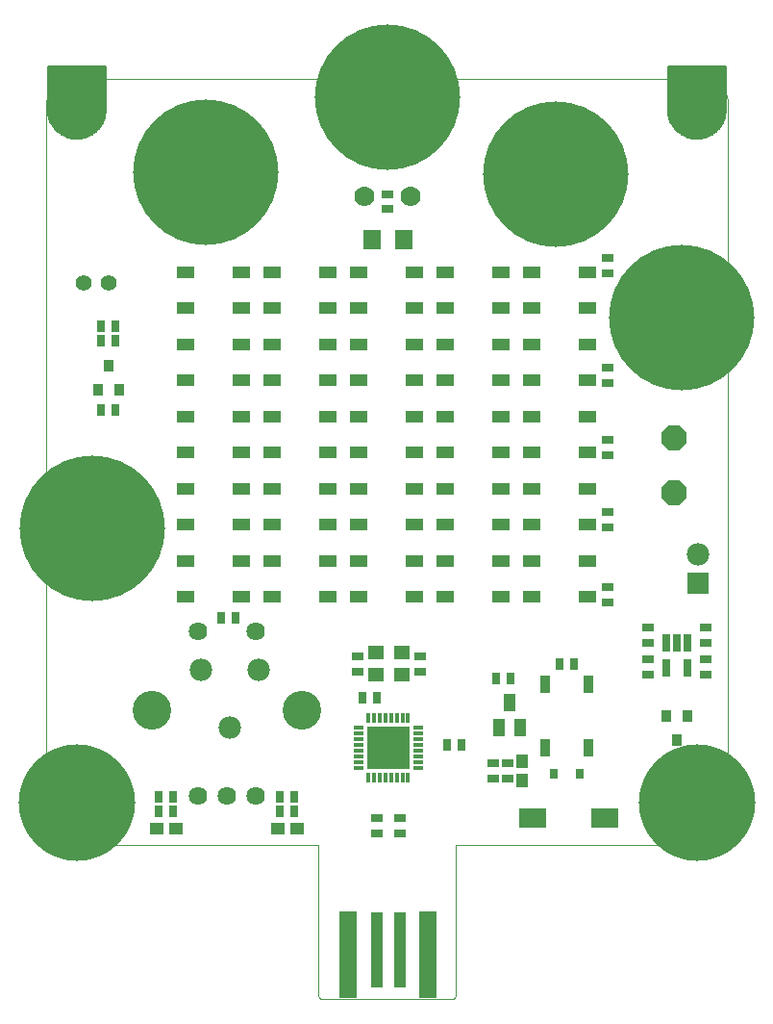
<source format=gts>
G75*
%MOIN*%
%OFA0B0*%
%FSLAX25Y25*%
%IPPOS*%
%LPD*%
%AMOC8*
5,1,8,0,0,1.08239X$1,22.5*
%
%ADD10C,0.00394*%
%ADD11R,0.03156X0.03943*%
%ADD12R,0.03943X0.03156*%
%ADD13R,0.04731X0.04337*%
%ADD14R,0.06306X0.04337*%
%ADD15R,0.03156X0.05912*%
%ADD16R,0.01463X0.03746*%
%ADD17R,0.03746X0.01463*%
%ADD18R,0.15164X0.15164*%
%ADD19R,0.05518X0.04731*%
%ADD20R,0.04337X0.05912*%
%ADD21R,0.03400X0.06400*%
%ADD22R,0.09455X0.06699*%
%ADD23C,0.06400*%
%ADD24C,0.13400*%
%ADD25R,0.03550X0.03943*%
%ADD26R,0.04337X0.04731*%
%ADD27R,0.06306X0.29928*%
%ADD28R,0.04337X0.25991*%
%ADD29C,0.05600*%
%ADD30C,0.07000*%
%ADD31C,0.50400*%
%ADD32C,0.40400*%
%ADD33C,0.20400*%
%ADD34C,0.00500*%
%ADD35R,0.05912X0.06699*%
%ADD36R,0.07800X0.07800*%
%ADD37C,0.07800*%
%ADD38OC8,0.08900*%
%ADD39R,0.02880X0.03668*%
D10*
X0033683Y0069482D02*
X0033935Y0069375D01*
X0034187Y0069268D01*
X0034445Y0069173D01*
X0034973Y0069008D01*
X0035242Y0068938D01*
X0035516Y0068882D01*
X0035790Y0068825D01*
X0035927Y0068797D01*
X0035995Y0068783D01*
X0036064Y0068769D01*
X0036379Y0068752D01*
X0036725Y0068738D01*
X0037332Y0068716D01*
X0037593Y0068709D01*
X0113632Y0068709D01*
X0113928Y0068711D01*
X0114142Y0068714D01*
X0114356Y0068717D01*
X0114489Y0068728D02*
X0114621Y0068732D01*
X0115050Y0068737D01*
X0115345Y0068739D01*
X0123062Y0068739D01*
X0123062Y0016439D01*
X0123125Y0016332D02*
X0123355Y0016062D01*
X0123385Y0015991D01*
X0123422Y0015924D01*
X0123465Y0015861D01*
X0123507Y0015798D01*
X0123556Y0015740D01*
X0123663Y0015633D01*
X0123721Y0015584D01*
X0123784Y0015542D01*
X0123847Y0015499D01*
X0123914Y0015463D01*
X0124055Y0015403D01*
X0124129Y0015379D01*
X0124206Y0015363D01*
X0124283Y0015348D01*
X0124362Y0015339D01*
X0169406Y0015339D01*
X0169486Y0015348D01*
X0169562Y0015363D01*
X0169639Y0015379D01*
X0169713Y0015403D01*
X0169854Y0015463D01*
X0169921Y0015499D01*
X0170047Y0015584D01*
X0170106Y0015633D01*
X0170213Y0015740D01*
X0170261Y0015798D01*
X0170304Y0015861D01*
X0170346Y0015924D01*
X0170383Y0015991D01*
X0170413Y0016062D01*
X0170443Y0016132D02*
X0170666Y0016407D01*
X0170706Y0016439D02*
X0170706Y0068739D01*
X0208871Y0068739D01*
X0209166Y0068737D01*
X0209380Y0068735D01*
X0209594Y0068732D01*
X0209727Y0068728D01*
X0209860Y0068717D02*
X0210074Y0068714D01*
X0210288Y0068711D01*
X0210583Y0068709D01*
X0256176Y0068709D01*
X0256436Y0068716D01*
X0256740Y0068727D01*
X0257043Y0068738D01*
X0257389Y0068752D01*
X0257705Y0068769D01*
X0257773Y0068783D01*
X0257842Y0068797D01*
X0257979Y0068825D01*
X0258253Y0068882D01*
X0258527Y0068938D01*
X0258796Y0069008D01*
X0259323Y0069173D01*
X0259582Y0069268D01*
X0259834Y0069375D01*
X0260086Y0069482D01*
X0260332Y0069601D01*
X0260810Y0069862D01*
X0261042Y0070003D01*
X0261266Y0070155D01*
X0261491Y0070307D01*
X0261708Y0070470D01*
X0261916Y0070642D01*
X0262125Y0070814D01*
X0262325Y0070997D01*
X0262516Y0071188D01*
X0262707Y0071379D01*
X0262889Y0071579D01*
X0263062Y0071788D01*
X0263234Y0071996D01*
X0263397Y0072213D01*
X0263549Y0072438D01*
X0263701Y0072662D01*
X0263842Y0072894D01*
X0263972Y0073133D01*
X0264103Y0073372D01*
X0264222Y0073618D01*
X0264329Y0073870D01*
X0264436Y0074122D01*
X0264531Y0074381D01*
X0264613Y0074644D01*
X0264696Y0074908D01*
X0264766Y0075177D01*
X0264822Y0075451D01*
X0264879Y0075725D01*
X0264907Y0075862D01*
X0264921Y0075931D01*
X0264935Y0075999D01*
X0264951Y0076314D01*
X0264966Y0076661D01*
X0264977Y0076964D01*
X0264988Y0077267D01*
X0264994Y0077528D01*
X0264994Y0234039D01*
X0265003Y0236772D01*
X0264994Y0239280D01*
X0264992Y0239971D01*
X0263114Y0240511D01*
X0262443Y0240345D01*
X0261905Y0240213D01*
X0261716Y0239509D01*
X0263088Y0262159D02*
X0262443Y0262345D01*
X0261910Y0262498D01*
X0261716Y0263182D01*
X0263088Y0262159D02*
X0264650Y0262609D01*
X0264994Y0263186D01*
X0265161Y0263465D01*
X0264994Y0263939D01*
X0264994Y0325168D01*
X0264988Y0325429D01*
X0264977Y0325732D01*
X0264966Y0326035D01*
X0264951Y0326381D01*
X0264935Y0326697D01*
X0264921Y0326765D01*
X0264907Y0326834D01*
X0264879Y0326971D01*
X0264766Y0327519D01*
X0264696Y0327788D01*
X0264613Y0328052D01*
X0264531Y0328315D01*
X0264436Y0328574D01*
X0264329Y0328826D01*
X0264222Y0329078D01*
X0264103Y0329324D01*
X0263972Y0329563D01*
X0263842Y0329802D01*
X0263701Y0330034D01*
X0263549Y0330258D01*
X0263397Y0330483D01*
X0263234Y0330700D01*
X0263062Y0330908D01*
X0262889Y0331117D01*
X0262707Y0331317D01*
X0262325Y0331699D01*
X0262125Y0331881D01*
X0261916Y0332054D01*
X0261708Y0332226D01*
X0261491Y0332389D01*
X0261266Y0332541D01*
X0261042Y0332693D01*
X0260810Y0332834D01*
X0260571Y0332964D01*
X0260332Y0333095D01*
X0260086Y0333214D01*
X0259834Y0333321D01*
X0259582Y0333428D01*
X0259323Y0333523D01*
X0259059Y0333606D01*
X0258796Y0333688D01*
X0258527Y0333758D01*
X0258253Y0333814D01*
X0257979Y0333871D01*
X0257842Y0333899D01*
X0257773Y0333913D01*
X0257705Y0333927D01*
X0257389Y0333943D01*
X0257043Y0333958D01*
X0256740Y0333969D01*
X0256436Y0333980D01*
X0256176Y0333986D01*
X0163361Y0333986D01*
X0130622Y0333986D02*
X0037593Y0333986D01*
X0037332Y0333980D01*
X0037028Y0333969D01*
X0036725Y0333958D01*
X0036379Y0333943D01*
X0036064Y0333927D01*
X0035995Y0333913D01*
X0035927Y0333899D01*
X0035790Y0333871D01*
X0035516Y0333814D01*
X0035242Y0333758D01*
X0034973Y0333688D01*
X0034709Y0333606D01*
X0034445Y0333523D01*
X0034187Y0333428D01*
X0033935Y0333321D01*
X0033683Y0333214D01*
X0033437Y0333095D01*
X0033198Y0332964D01*
X0032959Y0332834D01*
X0032727Y0332693D01*
X0032502Y0332541D01*
X0032277Y0332389D01*
X0032061Y0332226D01*
X0031852Y0332054D01*
X0031643Y0331881D01*
X0031443Y0331699D01*
X0031252Y0331508D01*
X0031061Y0331317D01*
X0030879Y0331117D01*
X0030707Y0330908D01*
X0030534Y0330700D01*
X0030372Y0330483D01*
X0030220Y0330258D01*
X0030068Y0330034D01*
X0029926Y0329802D01*
X0029796Y0329563D01*
X0029666Y0329324D01*
X0029547Y0329078D01*
X0029440Y0328826D01*
X0029333Y0328574D01*
X0029237Y0328315D01*
X0029072Y0327788D01*
X0029003Y0327519D01*
X0028946Y0327245D01*
X0028890Y0326971D01*
X0028861Y0326834D01*
X0028847Y0326765D01*
X0028833Y0326697D01*
X0028817Y0326381D01*
X0028802Y0326035D01*
X0028791Y0325732D01*
X0028781Y0325429D01*
X0028774Y0325168D01*
X0028774Y0197833D01*
X0028694Y0192810D01*
X0028774Y0191333D01*
X0028826Y0190369D01*
X0031608Y0190195D01*
X0032537Y0190461D01*
X0033070Y0190613D01*
X0033340Y0191224D01*
X0031608Y0166329D02*
X0028755Y0165833D01*
X0028774Y0164849D01*
X0028813Y0162802D01*
X0028774Y0158065D01*
X0028774Y0077528D01*
X0028781Y0077267D01*
X0028791Y0076964D01*
X0028802Y0076661D01*
X0028817Y0076314D01*
X0028833Y0075999D01*
X0028847Y0075931D01*
X0028861Y0075862D01*
X0028890Y0075725D01*
X0028946Y0075451D01*
X0029003Y0075177D01*
X0029072Y0074908D01*
X0029237Y0074381D01*
X0029333Y0074122D01*
X0029440Y0073870D01*
X0029547Y0073618D01*
X0029666Y0073372D01*
X0029796Y0073133D01*
X0029926Y0072894D01*
X0030068Y0072662D01*
X0030220Y0072438D01*
X0030372Y0072213D01*
X0030534Y0071996D01*
X0030707Y0071788D01*
X0030879Y0071579D01*
X0031061Y0071379D01*
X0031252Y0071188D01*
X0031443Y0070997D01*
X0031643Y0070814D01*
X0031852Y0070642D01*
X0032061Y0070470D01*
X0032277Y0070307D01*
X0032502Y0070155D01*
X0032727Y0070003D01*
X0032959Y0069862D01*
X0033437Y0069601D01*
X0033683Y0069482D01*
X0033340Y0165241D02*
X0033060Y0165823D01*
X0032537Y0166005D01*
X0031608Y0166329D01*
D11*
X0047723Y0219333D03*
X0052841Y0219333D03*
X0052841Y0243333D03*
X0052841Y0248333D03*
X0047723Y0248333D03*
X0047723Y0243333D03*
X0089223Y0147333D03*
X0094341Y0147333D03*
X0138223Y0119833D03*
X0143341Y0119833D03*
X0167723Y0103333D03*
X0172841Y0103333D03*
X0184723Y0126333D03*
X0189841Y0126333D03*
X0206723Y0131333D03*
X0211841Y0131333D03*
X0114841Y0085333D03*
X0109723Y0085333D03*
X0109723Y0080333D03*
X0114841Y0080333D03*
X0072841Y0080333D03*
X0067723Y0080333D03*
X0067723Y0085333D03*
X0072841Y0085333D03*
D12*
X0136692Y0128774D03*
X0136692Y0133892D03*
X0158282Y0133892D03*
X0158282Y0128774D03*
X0183782Y0096892D03*
X0188782Y0096892D03*
X0188782Y0091774D03*
X0183782Y0091774D03*
X0151282Y0077892D03*
X0151282Y0072774D03*
X0143282Y0072774D03*
X0143282Y0077892D03*
X0223282Y0152774D03*
X0223282Y0157892D03*
X0237282Y0143892D03*
X0237282Y0138774D03*
X0237282Y0132892D03*
X0237282Y0127774D03*
X0257282Y0127774D03*
X0257282Y0132892D03*
X0257282Y0138774D03*
X0257282Y0143892D03*
X0223282Y0178774D03*
X0223282Y0183892D03*
X0223282Y0203774D03*
X0223282Y0208892D03*
X0223282Y0228774D03*
X0223282Y0233892D03*
X0223282Y0266774D03*
X0223282Y0271892D03*
X0146933Y0288917D03*
X0146933Y0294035D03*
D13*
X0115628Y0074333D03*
X0108935Y0074333D03*
X0073628Y0074333D03*
X0066935Y0074333D03*
D14*
X0077136Y0154534D03*
X0077136Y0167133D03*
X0077136Y0179534D03*
X0077136Y0192133D03*
X0077136Y0204534D03*
X0077136Y0217133D03*
X0077136Y0229534D03*
X0077136Y0242133D03*
X0077136Y0254534D03*
X0077136Y0267133D03*
X0096427Y0267133D03*
X0107136Y0267133D03*
X0107136Y0254534D03*
X0096427Y0254534D03*
X0096427Y0242133D03*
X0107136Y0242133D03*
X0107136Y0229534D03*
X0096427Y0229534D03*
X0096427Y0217133D03*
X0107136Y0217133D03*
X0107136Y0204534D03*
X0096427Y0204534D03*
X0096427Y0192133D03*
X0107136Y0192133D03*
X0107136Y0179534D03*
X0096427Y0179534D03*
X0096427Y0167133D03*
X0107136Y0167133D03*
X0107136Y0154534D03*
X0096427Y0154534D03*
X0126427Y0154534D03*
X0137136Y0154534D03*
X0137136Y0167133D03*
X0126427Y0167133D03*
X0126427Y0179534D03*
X0137136Y0179534D03*
X0137136Y0192133D03*
X0126427Y0192133D03*
X0126427Y0204534D03*
X0137136Y0204534D03*
X0137136Y0217133D03*
X0126427Y0217133D03*
X0126427Y0229534D03*
X0137136Y0229534D03*
X0137136Y0242133D03*
X0126427Y0242133D03*
X0126427Y0254534D03*
X0137136Y0254534D03*
X0137136Y0267133D03*
X0126427Y0267133D03*
X0156427Y0267133D03*
X0167136Y0267133D03*
X0167136Y0254534D03*
X0167136Y0242133D03*
X0156427Y0242133D03*
X0156427Y0254534D03*
X0156427Y0229534D03*
X0156427Y0217133D03*
X0167136Y0217133D03*
X0167136Y0229534D03*
X0186427Y0229534D03*
X0197136Y0229534D03*
X0197136Y0217133D03*
X0186427Y0217133D03*
X0186427Y0204534D03*
X0197136Y0204534D03*
X0197136Y0192133D03*
X0186427Y0192133D03*
X0186427Y0179534D03*
X0197136Y0179534D03*
X0197136Y0167133D03*
X0186427Y0167133D03*
X0186427Y0154534D03*
X0197136Y0154534D03*
X0216427Y0154534D03*
X0216427Y0167133D03*
X0216427Y0179534D03*
X0216427Y0192133D03*
X0216427Y0204534D03*
X0216427Y0217133D03*
X0216427Y0229534D03*
X0216427Y0242133D03*
X0216427Y0254534D03*
X0216427Y0267133D03*
X0197136Y0267133D03*
X0186427Y0267133D03*
X0186427Y0254534D03*
X0197136Y0254534D03*
X0197136Y0242133D03*
X0186427Y0242133D03*
X0167136Y0204534D03*
X0167136Y0192133D03*
X0156427Y0192133D03*
X0156427Y0204534D03*
X0156427Y0179534D03*
X0156427Y0167133D03*
X0167136Y0167133D03*
X0167136Y0179534D03*
X0167136Y0154534D03*
X0156427Y0154534D03*
D15*
X0243541Y0138664D03*
X0247282Y0138664D03*
X0251022Y0138664D03*
X0251022Y0130003D03*
X0243541Y0130003D03*
D16*
X0154171Y0112668D03*
X0152203Y0112668D03*
X0150234Y0112668D03*
X0148266Y0112668D03*
X0146297Y0112668D03*
X0144329Y0112668D03*
X0142360Y0112668D03*
X0140392Y0112668D03*
X0140392Y0091999D03*
X0142360Y0091999D03*
X0144329Y0091999D03*
X0146297Y0091999D03*
X0148266Y0091999D03*
X0150234Y0091999D03*
X0152203Y0091999D03*
X0154171Y0091999D03*
D17*
X0157616Y0095444D03*
X0157616Y0097412D03*
X0157616Y0099381D03*
X0157616Y0101349D03*
X0157616Y0103318D03*
X0157616Y0105286D03*
X0157616Y0107255D03*
X0157616Y0109223D03*
X0136947Y0109223D03*
X0136947Y0107255D03*
X0136947Y0105286D03*
X0136947Y0103318D03*
X0136947Y0101349D03*
X0136947Y0099381D03*
X0136947Y0097412D03*
X0136947Y0095444D03*
D18*
X0147282Y0102333D03*
D19*
X0142951Y0127790D03*
X0142951Y0135270D03*
X0152006Y0135270D03*
X0152006Y0127790D03*
D20*
X0185541Y0109503D03*
X0193022Y0109503D03*
X0189282Y0118164D03*
D21*
X0201834Y0124333D03*
X0216834Y0124333D03*
X0216834Y0102333D03*
X0201834Y0102333D03*
D22*
X0197417Y0077930D03*
X0222220Y0077930D03*
D23*
X0101338Y0085833D03*
X0091338Y0085833D03*
X0081338Y0085833D03*
X0081338Y0142833D03*
X0101338Y0142833D03*
D24*
X0117338Y0115333D03*
X0065338Y0115333D03*
D25*
X0054022Y0226396D03*
X0046541Y0226396D03*
X0050282Y0234664D03*
X0243541Y0113270D03*
X0251022Y0113270D03*
X0247282Y0105003D03*
D26*
X0193782Y0097680D03*
X0193782Y0090987D03*
D27*
X0161061Y0030546D03*
X0133502Y0030546D03*
D28*
X0143345Y0032514D03*
X0151219Y0032514D03*
D29*
X0050282Y0263333D03*
X0041620Y0263333D03*
D30*
X0139131Y0293199D03*
X0154879Y0293199D03*
D31*
X0147056Y0327657D03*
X0205432Y0301183D03*
X0249131Y0251333D03*
X0083906Y0301559D03*
X0044831Y0178258D03*
D32*
X0039282Y0083333D03*
X0254282Y0083333D03*
D33*
X0254282Y0323333D03*
X0039282Y0323333D03*
D34*
X0031300Y0317351D02*
X0047263Y0317351D01*
X0047636Y0317849D02*
X0030927Y0317849D01*
X0030869Y0317927D02*
X0030185Y0319179D01*
X0029687Y0320516D01*
X0029383Y0321910D01*
X0029282Y0323333D01*
X0049282Y0323333D01*
X0049180Y0321910D01*
X0048877Y0320516D01*
X0048378Y0319179D01*
X0047694Y0317927D01*
X0046839Y0316785D01*
X0045830Y0315776D01*
X0044688Y0314921D01*
X0043436Y0314237D01*
X0042099Y0313738D01*
X0040705Y0313435D01*
X0039282Y0313333D01*
X0037858Y0313435D01*
X0036464Y0313738D01*
X0035127Y0314237D01*
X0033875Y0314921D01*
X0032733Y0315776D01*
X0031724Y0316785D01*
X0030869Y0317927D01*
X0030639Y0318348D02*
X0047924Y0318348D01*
X0048196Y0318846D02*
X0030367Y0318846D01*
X0030123Y0319345D02*
X0048440Y0319345D01*
X0048626Y0319843D02*
X0029938Y0319843D01*
X0029752Y0320342D02*
X0048812Y0320342D01*
X0048947Y0320840D02*
X0029616Y0320840D01*
X0029508Y0321339D02*
X0049056Y0321339D01*
X0049164Y0321837D02*
X0029399Y0321837D01*
X0029353Y0322336D02*
X0049210Y0322336D01*
X0049246Y0322834D02*
X0029317Y0322834D01*
X0029282Y0323333D02*
X0029282Y0338333D01*
X0049282Y0338333D01*
X0049282Y0323333D01*
X0049282Y0323831D02*
X0029282Y0323831D01*
X0029282Y0324330D02*
X0049282Y0324330D01*
X0049282Y0324828D02*
X0029282Y0324828D01*
X0029282Y0325327D02*
X0049282Y0325327D01*
X0049282Y0325825D02*
X0029282Y0325825D01*
X0029282Y0326324D02*
X0049282Y0326324D01*
X0049282Y0326823D02*
X0029282Y0326823D01*
X0029282Y0327321D02*
X0049282Y0327321D01*
X0049282Y0327820D02*
X0029282Y0327820D01*
X0029282Y0328318D02*
X0049282Y0328318D01*
X0049282Y0328817D02*
X0029282Y0328817D01*
X0029282Y0329315D02*
X0049282Y0329315D01*
X0049282Y0329814D02*
X0029282Y0329814D01*
X0029282Y0330312D02*
X0049282Y0330312D01*
X0049282Y0330811D02*
X0029282Y0330811D01*
X0029282Y0331309D02*
X0049282Y0331309D01*
X0049282Y0331808D02*
X0029282Y0331808D01*
X0029282Y0332306D02*
X0049282Y0332306D01*
X0049282Y0332805D02*
X0029282Y0332805D01*
X0029282Y0333303D02*
X0049282Y0333303D01*
X0049282Y0333802D02*
X0029282Y0333802D01*
X0029282Y0334300D02*
X0049282Y0334300D01*
X0049282Y0334799D02*
X0029282Y0334799D01*
X0029282Y0335297D02*
X0049282Y0335297D01*
X0049282Y0335796D02*
X0029282Y0335796D01*
X0029282Y0336294D02*
X0049282Y0336294D01*
X0049282Y0336793D02*
X0029282Y0336793D01*
X0029282Y0337291D02*
X0049282Y0337291D01*
X0049282Y0337790D02*
X0029282Y0337790D01*
X0029282Y0338288D02*
X0049282Y0338288D01*
X0046890Y0316852D02*
X0031674Y0316852D01*
X0032155Y0316354D02*
X0046408Y0316354D01*
X0045910Y0315855D02*
X0032654Y0315855D01*
X0033293Y0315357D02*
X0045270Y0315357D01*
X0044573Y0314858D02*
X0033990Y0314858D01*
X0034903Y0314360D02*
X0043660Y0314360D01*
X0042428Y0313861D02*
X0036135Y0313861D01*
X0038871Y0313363D02*
X0039692Y0313363D01*
X0244282Y0323333D02*
X0244383Y0321910D01*
X0244687Y0320516D01*
X0245185Y0319179D01*
X0245869Y0317927D01*
X0246724Y0316785D01*
X0247733Y0315776D01*
X0248875Y0314921D01*
X0250127Y0314237D01*
X0251464Y0313738D01*
X0252858Y0313435D01*
X0254282Y0313333D01*
X0255705Y0313435D01*
X0257099Y0313738D01*
X0258436Y0314237D01*
X0259688Y0314921D01*
X0260830Y0315776D01*
X0261839Y0316785D01*
X0262694Y0317927D01*
X0263378Y0319179D01*
X0263877Y0320516D01*
X0264180Y0321910D01*
X0264282Y0323333D01*
X0244282Y0323333D01*
X0244282Y0338333D01*
X0264282Y0338333D01*
X0264282Y0323333D01*
X0264282Y0323831D02*
X0244282Y0323831D01*
X0244282Y0324330D02*
X0264282Y0324330D01*
X0264282Y0324828D02*
X0244282Y0324828D01*
X0244282Y0325327D02*
X0264282Y0325327D01*
X0264282Y0325825D02*
X0244282Y0325825D01*
X0244282Y0326324D02*
X0264282Y0326324D01*
X0264282Y0326823D02*
X0244282Y0326823D01*
X0244282Y0327321D02*
X0264282Y0327321D01*
X0264282Y0327820D02*
X0244282Y0327820D01*
X0244282Y0328318D02*
X0264282Y0328318D01*
X0264282Y0328817D02*
X0244282Y0328817D01*
X0244282Y0329315D02*
X0264282Y0329315D01*
X0264282Y0329814D02*
X0244282Y0329814D01*
X0244282Y0330312D02*
X0264282Y0330312D01*
X0264282Y0330811D02*
X0244282Y0330811D01*
X0244282Y0331309D02*
X0264282Y0331309D01*
X0264282Y0331808D02*
X0244282Y0331808D01*
X0244282Y0332306D02*
X0264282Y0332306D01*
X0264282Y0332805D02*
X0244282Y0332805D01*
X0244282Y0333303D02*
X0264282Y0333303D01*
X0264282Y0333802D02*
X0244282Y0333802D01*
X0244282Y0334300D02*
X0264282Y0334300D01*
X0264282Y0334799D02*
X0244282Y0334799D01*
X0244282Y0335297D02*
X0264282Y0335297D01*
X0264282Y0335796D02*
X0244282Y0335796D01*
X0244282Y0336294D02*
X0264282Y0336294D01*
X0264282Y0336793D02*
X0244282Y0336793D01*
X0244282Y0337291D02*
X0264282Y0337291D01*
X0264282Y0337790D02*
X0244282Y0337790D01*
X0244282Y0338288D02*
X0264282Y0338288D01*
X0264246Y0322834D02*
X0244317Y0322834D01*
X0244353Y0322336D02*
X0264210Y0322336D01*
X0264164Y0321837D02*
X0244399Y0321837D01*
X0244508Y0321339D02*
X0264056Y0321339D01*
X0263947Y0320840D02*
X0244616Y0320840D01*
X0244752Y0320342D02*
X0263812Y0320342D01*
X0263626Y0319843D02*
X0244938Y0319843D01*
X0245123Y0319345D02*
X0263440Y0319345D01*
X0263196Y0318846D02*
X0245367Y0318846D01*
X0245639Y0318348D02*
X0262924Y0318348D01*
X0262636Y0317849D02*
X0245927Y0317849D01*
X0246300Y0317351D02*
X0262263Y0317351D01*
X0261890Y0316852D02*
X0246674Y0316852D01*
X0247155Y0316354D02*
X0261408Y0316354D01*
X0260910Y0315855D02*
X0247654Y0315855D01*
X0248293Y0315357D02*
X0260270Y0315357D01*
X0259573Y0314858D02*
X0248990Y0314858D01*
X0249903Y0314360D02*
X0258660Y0314360D01*
X0257428Y0313861D02*
X0251135Y0313861D01*
X0253871Y0313363D02*
X0254692Y0313363D01*
D35*
X0152793Y0278333D03*
X0141770Y0278333D03*
D36*
X0254622Y0159310D03*
D37*
X0254622Y0169310D03*
X0102282Y0129333D03*
X0082282Y0129333D03*
X0092282Y0109333D03*
D38*
X0246282Y0190821D03*
X0246282Y0209846D03*
D39*
X0213809Y0093333D03*
X0204754Y0093333D03*
M02*

</source>
